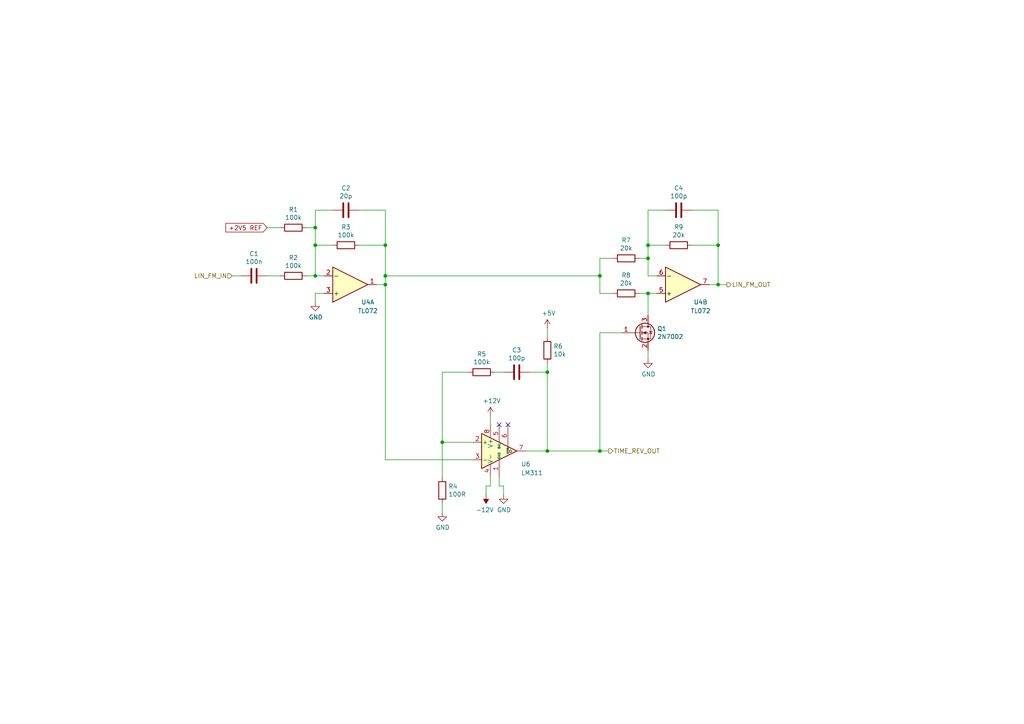
<source format=kicad_sch>
(kicad_sch (version 20211123) (generator eeschema)
  (paper "A4")
  (title_block (title "SSI2130 VCO") (date "2022-06-04") (rev "0") (comment 1 "creativecommons.org/licenses/by/4.0/") (comment 2 "License: CC by 4.0") (comment 3 "Author: Jordan Aceto"))
  (lib_symbols
    (symbol "Amplifier_Operational:TL072" (pin_names (offset 0.127))
      (property "Reference" "U" (at 0 5.08 0))
      (property "Value" "TL072" (at 0 -5.08 0))
      (symbol "TL072_1_1"
        (polyline (pts (xy -5.08 5.08) (xy 5.08 0) (xy -5.08 -5.08) (xy -5.08 5.08)) (stroke (width 0.254)) (fill (type background)))
        (pin output line (at 7.62 0 180) (length 2.54) (name "~") (number "1"))
        (pin input line (at -7.62 -2.54 0) (length 2.54) (name "-") (number "2"))
        (pin input line (at -7.62 2.54 0) (length 2.54) (name "+") (number "3"))
      )
      (symbol "TL072_2_1"
        (polyline (pts (xy -5.08 5.08) (xy 5.08 0) (xy -5.08 -5.08) (xy -5.08 5.08)) (stroke (width 0.254)) (fill (type background)))
        (pin input line (at -7.62 2.54 0) (length 2.54) (name "+") (number "5"))
        (pin input line (at -7.62 -2.54 0) (length 2.54) (name "-") (number "6"))
        (pin output line (at 7.62 0 180) (length 2.54) (name "~") (number "7"))
      )
      (symbol "TL072_3_1"
        (pin power_in line (at -2.54 -7.62 90) (length 3.81) (name "V-") (number "4"))
        (pin power_in line (at -2.54 7.62 270) (length 3.81) (name "V+") (number "8"))
      )
    )
    (symbol "Comparator:LM311" (pin_names (offset 0.127))
      (property "Reference" "U" (at 3.81 6.35 0))
      (property "Value" "LM311" (at 3.81 3.81 0))
      (symbol "LM311_0_1"
        (polyline (pts (xy 5.08 0) (xy -5.08 5.08) (xy -5.08 -5.08) (xy 5.08 0)) (stroke (width 0.254)) (fill (type background)))
        (polyline (pts (xy 3.683 -0.381) (xy 3.302 -0.381) (xy 3.683 0) (xy 3.302 0.381) (xy 2.921 0) (xy 3.302 -0.381) (xy 2.921 -0.381)) (stroke (width 0.127)))
      )
      (symbol "LM311_1_1"
        (pin passive line (at 0 -7.62 90) (length 5.08) (name "GND") (number "1"))
        (pin input line (at -7.62 2.54 0) (length 2.54) (name "+") (number "2"))
        (pin input line (at -7.62 -2.54 0) (length 2.54) (name "-") (number "3"))
        (pin power_in line (at -2.54 -7.62 90) (length 3.81) (name "V-") (number "4"))
        (pin input line (at 0 7.62 270) (length 5.08) (name "BAL") (number "5"))
        (pin input line (at 2.54 7.62 270) (length 6.35) (name "STRB") (number "6"))
        (pin open_collector line (at 7.62 0 180) (length 2.54) (name "~") (number "7"))
        (pin power_in line (at -2.54 7.62 270) (length 3.81) (name "V+") (number "8"))
      )
    )
    (symbol "Device:C" (pin_numbers hide) (pin_names (offset 0.254))
      (property "Reference" "C" (at 0.635 2.54 0))
      (property "Value" "C" (at 0.635 -2.54 0))
      (symbol "C_0_1"
        (polyline (pts (xy -2.032 -0.762) (xy 2.032 -0.762)) (stroke (width 0.508)))
        (polyline (pts (xy -2.032 0.762) (xy 2.032 0.762)) (stroke (width 0.508)))
      )
      (symbol "C_1_1"
        (pin passive line (at 0 3.81 270) (length 2.794) (name "~") (number "1"))
        (pin passive line (at 0 -3.81 90) (length 2.794) (name "~") (number "2"))
      )
    )
    (symbol "Device:R" (pin_numbers hide) (pin_names (offset 0))
      (property "Reference" "R" (at 2.032 0 90))
      (property "Value" "R" (at 0 0 90))
      (symbol "R_0_1"
        (rectangle (start -1.016 -2.54) (end 1.016 2.54) (stroke (width 0.254)))
      )
      (symbol "R_1_1"
        (pin passive line (at 0 3.81 270) (length 1.27) (name "~") (number "1"))
        (pin passive line (at 0 -3.81 90) (length 1.27) (name "~") (number "2"))
      )
    )
    (symbol "Transistor_FET:2N7002" (pin_names hide)
      (property "Reference" "Q" (at 5.08 1.905 0))
      (property "Value" "2N7002" (at 5.08 0 0))
      (symbol "2N7002_0_1"
        (polyline (pts (xy 0.254 0) (xy -2.54 0)))
        (polyline (pts (xy 0.254 1.905) (xy 0.254 -1.905)) (stroke (width 0.254)))
        (polyline (pts (xy 0.762 -1.27) (xy 0.762 -2.286)) (stroke (width 0.254)))
        (polyline (pts (xy 0.762 0.508) (xy 0.762 -0.508)) (stroke (width 0.254)))
        (polyline (pts (xy 0.762 2.286) (xy 0.762 1.27)) (stroke (width 0.254)))
        (polyline (pts (xy 2.54 2.54) (xy 2.54 1.778)))
        (polyline (pts (xy 2.54 -2.54) (xy 2.54 0) (xy 0.762 0)))
        (polyline (pts (xy 0.762 -1.778) (xy 3.302 -1.778) (xy 3.302 1.778) (xy 0.762 1.778)))
        (polyline (pts (xy 1.016 0) (xy 2.032 0.381) (xy 2.032 -0.381) (xy 1.016 0)) (fill (type outline)))
        (polyline (pts (xy 2.794 0.508) (xy 2.921 0.381) (xy 3.683 0.381) (xy 3.81 0.254)))
        (polyline (pts (xy 3.302 0.381) (xy 2.921 -0.254) (xy 3.683 -0.254) (xy 3.302 0.381)))
        (circle (center 1.651 0) (radius 2.794) (stroke (width 0.254)))
        (circle (center 2.54 -1.778) (radius 0.254) (fill (type outline)))
        (circle (center 2.54 1.778) (radius 0.254) (fill (type outline)))
      )
      (symbol "2N7002_1_1"
        (pin input line (at -5.08 0 0) (length 2.54) (name "G") (number "1"))
        (pin passive line (at 2.54 -5.08 90) (length 2.54) (name "S") (number "2"))
        (pin passive line (at 2.54 5.08 270) (length 2.54) (name "D") (number "3"))
      )
    )
    (symbol "power:+12V" (power) (pin_names (offset 0))
      (property "Value" "+12V" (at 0 3.556 0))
      (symbol "+12V_0_1"
        (polyline (pts (xy -0.762 1.27) (xy 0 2.54)))
        (polyline (pts (xy 0 0) (xy 0 2.54)))
        (polyline (pts (xy 0 2.54) (xy 0.762 1.27)))
      )
      (symbol "+12V_1_1"
        (pin power_in line (at 0 0 90) (length 0) hide (name "+12V") (number "1"))
      )
    )
    (symbol "power:+5V" (power) (pin_names (offset 0))
      (property "Value" "+5V" (at 0 3.556 0))
      (symbol "+5V_0_1"
        (polyline (pts (xy -0.762 1.27) (xy 0 2.54)))
        (polyline (pts (xy 0 0) (xy 0 2.54)))
        (polyline (pts (xy 0 2.54) (xy 0.762 1.27)))
      )
      (symbol "+5V_1_1"
        (pin power_in line (at 0 0 90) (length 0) hide (name "+5V") (number "1"))
      )
    )
    (symbol "power:-12V" (power) (pin_names (offset 0))
      (property "Value" "-12V" (at 0 3.81 0))
      (symbol "-12V_0_0"
        (pin power_in line (at 0 0 90) (length 0) hide (name "-12V") (number "1"))
      )
      (symbol "-12V_0_1"
        (polyline (pts (xy 0 0) (xy 0 1.27) (xy 0.762 1.27) (xy 0 2.54) (xy -0.762 1.27) (xy 0 1.27)) (fill (type outline)))
      )
    )
    (symbol "power:GND" (power) (pin_names (offset 0))
      (property "Value" "GND" (at 0 -3.81 0))
      (symbol "GND_0_1"
        (polyline (pts (xy 0 0) (xy 0 -1.27) (xy 1.27 -1.27) (xy 0 -2.54) (xy -1.27 -1.27) (xy 0 -1.27)))
      )
      (symbol "GND_1_1"
        (pin power_in line (at 0 0 270) (length 0) hide (name "GND") (number "1"))
      )
    )
  )
  (junction (at 208.28 71.12))
  (junction (at 187.96 71.12))
  (junction (at 128.27 128.27))
  (junction (at 173.99 80.01))
  (junction (at 91.44 71.12))
  (junction (at 208.28 82.55))
  (junction (at 111.76 82.55))
  (junction (at 111.76 71.12))
  (junction (at 173.99 130.81))
  (junction (at 158.75 130.81))
  (junction (at 187.96 85.09))
  (junction (at 91.44 80.01))
  (junction (at 158.75 107.95))
  (junction (at 111.76 80.01))
  (junction (at 187.96 74.93))
  (junction (at 91.44 66.04))
  (no_connect (at 144.78 123.19))
  (no_connect (at 147.32 123.19))
  (wire (pts (xy 187.96 85.09) (xy 185.42 85.09)))
  (wire (pts (xy 185.42 74.93) (xy 187.96 74.93)))
  (wire (pts (xy 91.44 85.09) (xy 93.98 85.09)))
  (wire (pts (xy 173.99 130.81) (xy 173.99 96.52)))
  (wire (pts (xy 158.75 130.81) (xy 173.99 130.81)))
  (wire (pts (xy 176.53 130.81) (xy 173.99 130.81)))
  (wire (pts (xy 187.96 60.96) (xy 193.04 60.96)))
  (wire (pts (xy 158.75 95.25) (xy 158.75 97.79)))
  (wire (pts (xy 111.76 80.01) (xy 111.76 82.55)))
  (wire (pts (xy 208.28 71.12) (xy 208.28 60.96)))
  (wire (pts (xy 128.27 107.95) (xy 128.27 128.27)))
  (wire (pts (xy 144.78 140.97) (xy 144.78 138.43)))
  (wire (pts (xy 142.24 120.65) (xy 142.24 123.19)))
  (wire (pts (xy 187.96 91.44) (xy 187.96 85.09)))
  (wire (pts (xy 77.47 66.04) (xy 81.28 66.04)))
  (wire (pts (xy 93.98 80.01) (xy 91.44 80.01)))
  (wire (pts (xy 111.76 133.35) (xy 137.16 133.35)))
  (wire (pts (xy 67.31 80.01) (xy 69.85 80.01)))
  (wire (pts (xy 158.75 107.95) (xy 153.67 107.95)))
  (wire (pts (xy 143.51 107.95) (xy 146.05 107.95)))
  (wire (pts (xy 187.96 60.96) (xy 187.96 71.12)))
  (wire (pts (xy 208.28 82.55) (xy 208.28 71.12)))
  (wire (pts (xy 91.44 66.04) (xy 91.44 60.96)))
  (wire (pts (xy 158.75 130.81) (xy 158.75 107.95)))
  (wire (pts (xy 142.24 140.97) (xy 142.24 138.43)))
  (wire (pts (xy 128.27 128.27) (xy 137.16 128.27)))
  (wire (pts (xy 111.76 71.12) (xy 111.76 80.01)))
  (wire (pts (xy 111.76 60.96) (xy 104.14 60.96)))
  (wire (pts (xy 128.27 148.59) (xy 128.27 146.05)))
  (wire (pts (xy 190.5 85.09) (xy 187.96 85.09)))
  (wire (pts (xy 146.05 143.51) (xy 146.05 140.97)))
  (wire (pts (xy 193.04 71.12) (xy 187.96 71.12)))
  (wire (pts (xy 173.99 74.93) (xy 177.8 74.93)))
  (wire (pts (xy 91.44 80.01) (xy 88.9 80.01)))
  (wire (pts (xy 187.96 104.14) (xy 187.96 101.6)))
  (wire (pts (xy 205.74 82.55) (xy 208.28 82.55)))
  (wire (pts (xy 88.9 66.04) (xy 91.44 66.04)))
  (wire (pts (xy 208.28 60.96) (xy 200.66 60.96)))
  (wire (pts (xy 135.89 107.95) (xy 128.27 107.95)))
  (wire (pts (xy 104.14 71.12) (xy 111.76 71.12)))
  (wire (pts (xy 91.44 80.01) (xy 91.44 71.12)))
  (wire (pts (xy 146.05 140.97) (xy 144.78 140.97)))
  (wire (pts (xy 173.99 80.01) (xy 173.99 74.93)))
  (wire (pts (xy 128.27 138.43) (xy 128.27 128.27)))
  (wire (pts (xy 91.44 87.63) (xy 91.44 85.09)))
  (wire (pts (xy 173.99 85.09) (xy 173.99 80.01)))
  (wire (pts (xy 140.97 140.97) (xy 142.24 140.97)))
  (wire (pts (xy 140.97 143.51) (xy 140.97 140.97)))
  (wire (pts (xy 173.99 80.01) (xy 111.76 80.01)))
  (wire (pts (xy 91.44 60.96) (xy 96.52 60.96)))
  (wire (pts (xy 152.4 130.81) (xy 158.75 130.81)))
  (wire (pts (xy 210.82 82.55) (xy 208.28 82.55)))
  (wire (pts (xy 109.22 82.55) (xy 111.76 82.55)))
  (wire (pts (xy 187.96 80.01) (xy 190.5 80.01)))
  (wire (pts (xy 111.76 71.12) (xy 111.76 60.96)))
  (wire (pts (xy 200.66 71.12) (xy 208.28 71.12)))
  (wire (pts (xy 158.75 105.41) (xy 158.75 107.95)))
  (wire (pts (xy 96.52 71.12) (xy 91.44 71.12)))
  (wire (pts (xy 187.96 74.93) (xy 187.96 71.12)))
  (wire (pts (xy 81.28 80.01) (xy 77.47 80.01)))
  (wire (pts (xy 111.76 82.55) (xy 111.76 133.35)))
  (wire (pts (xy 173.99 96.52) (xy 180.34 96.52)))
  (wire (pts (xy 91.44 71.12) (xy 91.44 66.04)))
  (wire (pts (xy 187.96 80.01) (xy 187.96 74.93)))
  (wire (pts (xy 177.8 85.09) (xy 173.99 85.09)))
  (global_label "+2V5 REF" (shape input) (at 77.47 66.04 180) (property "Intersheet References" "${INTERSHEET_REFS}" (effects hide)))
  (hierarchical_label "LIN_FM_OUT" (shape output) (at 210.82 82.55 0))
  (hierarchical_label "LIN_FM_IN" (shape input) (at 67.31 80.01 180))
  (hierarchical_label "TIME_REV_OUT" (shape output) (at 176.53 130.81 0))
  (symbol (lib_id "Amplifier_Operational:TL072") (at 101.6 82.55 0) (mirror x) (unit 1)
    (property "Reference" "U4" (at 106.68 87.63 0))
    (property "Value" "TL072" (at 106.68 90.17 0))
    (property "Footprint" "Package_SO:SOIC-8_3.9x4.9mm_P1.27mm" (effects hide))
    (property "Datasheet" "http://www.ti.com/lit/ds/symlink/tl071.pdf" (effects hide))
  )
  (symbol (lib_id "Device:R") (at 100.33 71.12 270) (unit 1)
    (property "Reference" "R3" (at 100.33 65.8622 90))
    (property "Value" "100k" (at 100.33 68.1736 90))
    (property "Footprint" "Resistor_SMD:R_0805_2012Metric" (effects hide))
  )
  (symbol (lib_id "Device:C") (at 100.33 60.96 270) (unit 1)
    (property "Reference" "C2" (at 100.33 54.5592 90))
    (property "Value" "20p" (at 100.33 56.8706 90))
    (property "Footprint" "Capacitor_SMD:C_0805_2012Metric" (effects hide))
  )
  (symbol (lib_id "Device:R") (at 85.09 80.01 270) (unit 1)
    (property "Reference" "R2" (at 85.09 74.7522 90))
    (property "Value" "100k" (at 85.09 77.0636 90))
    (property "Footprint" "Resistor_SMD:R_0805_2012Metric" (effects hide))
  )
  (symbol (lib_id "Device:R") (at 85.09 66.04 270) (unit 1)
    (property "Reference" "R1" (at 85.09 60.7822 90))
    (property "Value" "100k" (at 85.09 63.0936 90))
    (property "Footprint" "Resistor_SMD:R_0805_2012Metric" (effects hide))
  )
  (symbol (lib_id "Device:C") (at 73.66 80.01 270) (unit 1)
    (property "Reference" "C1" (at 73.66 73.6092 90))
    (property "Value" "100n" (at 73.66 75.9206 90))
    (property "Footprint" "Capacitor_SMD:C_0805_2012Metric" (effects hide))
  )
  (symbol (lib_id "power:GND") (at 91.44 87.63 0) (unit 1)
    (property "Reference" "#PWR012" (effects hide))
    (property "Value" "GND" (at 91.567 92.0242 0))
  )
  (symbol (lib_id "Amplifier_Operational:TL072") (at 198.12 82.55 0) (mirror x) (unit 2)
    (property "Reference" "U4" (at 203.2 87.63 0))
    (property "Value" "TL072" (at 203.2 90.17 0))
    (property "Footprint" "Package_SO:SOIC-8_3.9x4.9mm_P1.27mm" (effects hide))
    (property "Datasheet" "http://www.ti.com/lit/ds/symlink/tl071.pdf" (effects hide))
  )
  (symbol (lib_id "Device:R") (at 196.85 71.12 270) (unit 1)
    (property "Reference" "R9" (at 196.85 65.8622 90))
    (property "Value" "20k" (at 196.85 68.1736 90))
    (property "Footprint" "Resistor_SMD:R_0805_2012Metric" (effects hide))
  )
  (symbol (lib_id "Device:C") (at 196.85 60.96 270) (unit 1)
    (property "Reference" "C4" (at 196.85 54.5592 90))
    (property "Value" "100p" (at 196.85 56.8706 90))
    (property "Footprint" "Capacitor_SMD:C_0805_2012Metric" (effects hide))
  )
  (symbol (lib_id "Device:R") (at 181.61 74.93 270) (unit 1)
    (property "Reference" "R7" (at 181.61 69.6722 90))
    (property "Value" "20k" (at 181.61 71.9836 90))
    (property "Footprint" "Resistor_SMD:R_0805_2012Metric" (effects hide))
  )
  (symbol (lib_id "Device:R") (at 181.61 85.09 270) (unit 1)
    (property "Reference" "R8" (at 181.61 79.8322 90))
    (property "Value" "20k" (at 181.61 82.1436 90))
    (property "Footprint" "Resistor_SMD:R_0805_2012Metric" (effects hide))
  )
  (symbol (lib_id "Transistor_FET:2N7002") (at 185.42 96.52 0) (unit 1)
    (property "Reference" "Q1" (at 190.6016 95.3516 0) (effects (justify left)))
    (property "Value" "2N7002" (at 190.6016 97.663 0) (effects (justify left)))
    (property "Footprint" "Package_TO_SOT_SMD:SOT-23" (effects hide))
    (property "Datasheet" "https://www.onsemi.com/pub/Collateral/NDS7002A-D.PDF" (effects hide))
  )
  (symbol (lib_id "power:GND") (at 187.96 104.14 0) (unit 1)
    (property "Reference" "#PWR018" (effects hide))
    (property "Value" "GND" (at 188.087 108.5342 0))
  )
  (symbol (lib_id "Comparator:LM311") (at 144.78 130.81 0) (unit 1)
    (property "Reference" "U6" (at 151.13 134.62 0) (effects (justify left)))
    (property "Value" "LM311" (at 151.13 137.16 0) (effects (justify left)))
    (property "Footprint" "Package_SO:SOIC-8_3.9x4.9mm_P1.27mm" (effects hide))
    (property "Datasheet" "https://www.st.com/resource/en/datasheet/lm311.pdf" (effects hide))
  )
  (symbol (lib_id "Device:R") (at 128.27 142.24 180) (unit 1)
    (property "Reference" "R4" (at 130.048 141.0716 0) (effects (justify right)))
    (property "Value" "100R" (at 130.048 143.383 0) (effects (justify right)))
    (property "Footprint" "Resistor_SMD:R_0805_2012Metric" (effects hide))
  )
  (symbol (lib_id "Device:C") (at 149.86 107.95 270) (unit 1)
    (property "Reference" "C3" (at 149.86 101.5492 90))
    (property "Value" "100p" (at 149.86 103.8606 90))
    (property "Footprint" "Capacitor_SMD:C_0805_2012Metric" (effects hide))
  )
  (symbol (lib_id "power:GND") (at 146.05 143.51 0) (unit 1)
    (property "Reference" "#PWR016" (effects hide))
    (property "Value" "GND" (at 146.177 147.9042 0))
  )
  (symbol (lib_id "power:GND") (at 128.27 148.59 0) (unit 1)
    (property "Reference" "#PWR013" (effects hide))
    (property "Value" "GND" (at 128.397 152.9842 0))
  )
  (symbol (lib_id "Device:R") (at 139.7 107.95 270) (unit 1)
    (property "Reference" "R5" (at 139.7 102.6922 90))
    (property "Value" "100k" (at 139.7 105.0036 90))
    (property "Footprint" "Resistor_SMD:R_0805_2012Metric" (effects hide))
  )
  (symbol (lib_id "Device:R") (at 158.75 101.6 180) (unit 1)
    (property "Reference" "R6" (at 160.528 100.4316 0) (effects (justify right)))
    (property "Value" "10k" (at 160.528 102.743 0) (effects (justify right)))
    (property "Footprint" "Resistor_SMD:R_0805_2012Metric" (effects hide))
  )
  (symbol (lib_id "power:+5V") (at 158.75 95.25 0) (unit 1)
    (property "Reference" "#PWR017" (effects hide))
    (property "Value" "+5V" (at 159.131 90.8558 0))
  )
  (symbol (lib_id "power:+12V") (at 142.24 120.65 0) (unit 1)
    (property "Reference" "#PWR015" (effects hide))
    (property "Value" "+12V" (at 142.621 116.2558 0))
  )
  (symbol (lib_id "power:-12V") (at 140.97 143.51 180) (unit 1)
    (property "Reference" "#PWR014" (effects hide))
    (property "Value" "-12V" (at 140.589 147.9042 0))
  )
)
</source>
